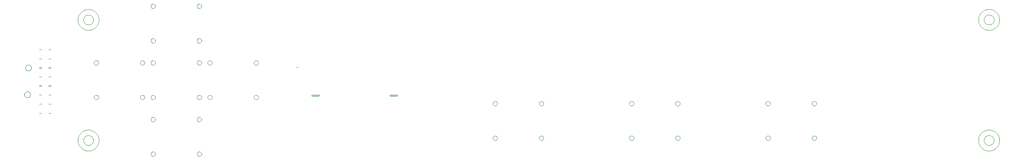
<source format=gts>
*%FSLAX23Y23*%
*%MOIN*%
G01*
D26*
X8895Y7874D02*
X8947D01*
X8950Y7874D01*
X8951Y7873D01*
X8953Y7871D01*
X8954Y7869D01*
Y7867D01*
X8953Y7864D01*
X8951Y7863D01*
X8950Y7862D01*
X8947Y7861D01*
X8895D01*
X8893Y7862D01*
X8891Y7863D01*
X8890Y7864D01*
X8889Y7867D01*
Y7869D01*
X8890Y7871D01*
X8891Y7873D01*
X8893Y7874D01*
X8895Y7874D01*
Y7868D02*
X8947D01*
X8270Y7874D02*
X8218D01*
X8216Y7874D01*
X8214Y7873D01*
X8212Y7871D01*
X8212Y7869D01*
Y7867D01*
X8212Y7864D01*
X8214Y7863D01*
X8216Y7862D01*
X8218Y7861D01*
X8270D01*
X8272Y7862D01*
X8274Y7863D01*
X8276Y7864D01*
X8277Y7867D01*
Y7869D01*
X8276Y7871D01*
X8274Y7873D01*
X8272Y7874D01*
X8270Y7874D01*
Y7868D02*
X8218D01*
D46*
X9390Y7817D02*
D03*
Y7765D02*
D03*
X8921Y7986D02*
D03*
Y8470D02*
D03*
X8709Y7817D02*
D03*
Y7765D02*
D03*
X8717Y7521D02*
D03*
X8244Y7986D02*
D03*
Y8470D02*
D03*
X8154Y7517D02*
D03*
X7661Y7431D02*
D03*
X7732Y7568D02*
D03*
X7106Y7675D02*
D03*
D47*
X12543Y7797D02*
X12544D01*
X12543D02*
X12543Y7793D01*
X12544Y7789D01*
X12546Y7786D01*
X12549Y7783D01*
X12552Y7780D01*
X12556Y7779D01*
X12560Y7778D01*
X12564D01*
X12568Y7779D01*
X12572Y7780D01*
X12575Y7783D01*
X12578Y7786D01*
X12580Y7789D01*
X12581Y7793D01*
X12582Y7797D01*
X12583D01*
X12582D02*
X12581Y7801D01*
X12580Y7805D01*
X12578Y7809D01*
X12575Y7812D01*
X12572Y7814D01*
X12568Y7816D01*
X12564Y7817D01*
X12560D01*
X12556Y7816D01*
X12552Y7814D01*
X12549Y7812D01*
X12546Y7809D01*
X12544Y7805D01*
X12543Y7801D01*
X12543Y7797D01*
X12562D02*
D03*
X12543Y7497D02*
X12544D01*
X12543D02*
X12543Y7493D01*
X12544Y7489D01*
X12546Y7486D01*
X12549Y7483D01*
X12552Y7480D01*
X12556Y7479D01*
X12560Y7478D01*
X12564D01*
X12568Y7479D01*
X12572Y7480D01*
X12575Y7483D01*
X12578Y7486D01*
X12580Y7489D01*
X12581Y7493D01*
X12582Y7497D01*
X12583D01*
X12582D02*
X12581Y7501D01*
X12580Y7505D01*
X12578Y7509D01*
X12575Y7512D01*
X12572Y7514D01*
X12568Y7516D01*
X12564Y7517D01*
X12560D01*
X12556Y7516D01*
X12552Y7514D01*
X12549Y7512D01*
X12546Y7509D01*
X12544Y7505D01*
X12543Y7501D01*
X12543Y7497D01*
X12562D02*
D03*
X12143Y7797D02*
X12144D01*
X12143D02*
X12143Y7793D01*
X12144Y7789D01*
X12146Y7786D01*
X12149Y7783D01*
X12152Y7780D01*
X12156Y7779D01*
X12160Y7778D01*
X12164D01*
X12168Y7779D01*
X12172Y7780D01*
X12175Y7783D01*
X12178Y7786D01*
X12180Y7789D01*
X12181Y7793D01*
X12182Y7797D01*
X12183D01*
X12182D02*
X12181Y7801D01*
X12180Y7805D01*
X12178Y7809D01*
X12175Y7812D01*
X12172Y7814D01*
X12168Y7816D01*
X12164Y7817D01*
X12160D01*
X12156Y7816D01*
X12152Y7814D01*
X12149Y7812D01*
X12146Y7809D01*
X12144Y7805D01*
X12143Y7801D01*
X12143Y7797D01*
X12162D02*
D03*
X12143Y7497D02*
X12144D01*
X12143D02*
X12143Y7493D01*
X12144Y7489D01*
X12146Y7486D01*
X12149Y7483D01*
X12152Y7480D01*
X12156Y7479D01*
X12160Y7478D01*
X12164D01*
X12168Y7479D01*
X12172Y7480D01*
X12175Y7483D01*
X12178Y7486D01*
X12180Y7489D01*
X12181Y7493D01*
X12182Y7497D01*
X12183D01*
X12182D02*
X12181Y7501D01*
X12180Y7505D01*
X12178Y7509D01*
X12175Y7512D01*
X12172Y7514D01*
X12168Y7516D01*
X12164Y7517D01*
X12160D01*
X12156Y7516D01*
X12152Y7514D01*
X12149Y7512D01*
X12146Y7509D01*
X12144Y7505D01*
X12143Y7501D01*
X12143Y7497D01*
X12162D02*
D03*
X10181Y7797D02*
X10182D01*
X10181D02*
X10181Y7793D01*
X10182Y7789D01*
X10184Y7786D01*
X10187Y7783D01*
X10190Y7780D01*
X10194Y7779D01*
X10198Y7778D01*
X10202D01*
X10206Y7779D01*
X10210Y7780D01*
X10213Y7783D01*
X10216Y7786D01*
X10218Y7789D01*
X10219Y7793D01*
X10220Y7797D01*
X10221D01*
X10220D02*
X10219Y7801D01*
X10218Y7805D01*
X10216Y7809D01*
X10213Y7812D01*
X10210Y7814D01*
X10206Y7816D01*
X10202Y7817D01*
X10198D01*
X10194Y7816D01*
X10190Y7814D01*
X10187Y7812D01*
X10184Y7809D01*
X10182Y7805D01*
X10181Y7801D01*
X10181Y7797D01*
X10200D02*
D03*
X10181Y7497D02*
X10182D01*
X10181D02*
X10181Y7493D01*
X10182Y7489D01*
X10184Y7486D01*
X10187Y7483D01*
X10190Y7480D01*
X10194Y7479D01*
X10198Y7478D01*
X10202D01*
X10206Y7479D01*
X10210Y7480D01*
X10213Y7483D01*
X10216Y7486D01*
X10218Y7489D01*
X10219Y7493D01*
X10220Y7497D01*
X10221D01*
X10220D02*
X10219Y7501D01*
X10218Y7505D01*
X10216Y7509D01*
X10213Y7512D01*
X10210Y7514D01*
X10206Y7516D01*
X10202Y7517D01*
X10198D01*
X10194Y7516D01*
X10190Y7514D01*
X10187Y7512D01*
X10184Y7509D01*
X10182Y7505D01*
X10181Y7501D01*
X10181Y7497D01*
X10200D02*
D03*
X9781Y7797D02*
X9782D01*
X9781D02*
X9781Y7793D01*
X9782Y7789D01*
X9784Y7786D01*
X9787Y7783D01*
X9790Y7780D01*
X9794Y7779D01*
X9798Y7778D01*
X9802D01*
X9806Y7779D01*
X9810Y7780D01*
X9813Y7783D01*
X9816Y7786D01*
X9818Y7789D01*
X9819Y7793D01*
X9820Y7797D01*
X9821D01*
X9820D02*
X9819Y7801D01*
X9818Y7805D01*
X9816Y7809D01*
X9813Y7812D01*
X9810Y7814D01*
X9806Y7816D01*
X9802Y7817D01*
X9798D01*
X9794Y7816D01*
X9790Y7814D01*
X9787Y7812D01*
X9784Y7809D01*
X9782Y7805D01*
X9781Y7801D01*
X9781Y7797D01*
X9800D02*
D03*
X9781Y7497D02*
X9782D01*
X9781D02*
X9781Y7493D01*
X9782Y7489D01*
X9784Y7486D01*
X9787Y7483D01*
X9790Y7480D01*
X9794Y7479D01*
X9798Y7478D01*
X9802D01*
X9806Y7479D01*
X9810Y7480D01*
X9813Y7483D01*
X9816Y7486D01*
X9818Y7489D01*
X9819Y7493D01*
X9820Y7497D01*
X9821D01*
X9820D02*
X9819Y7501D01*
X9818Y7505D01*
X9816Y7509D01*
X9813Y7512D01*
X9810Y7514D01*
X9806Y7516D01*
X9802Y7517D01*
X9798D01*
X9794Y7516D01*
X9790Y7514D01*
X9787Y7512D01*
X9784Y7509D01*
X9782Y7505D01*
X9781Y7501D01*
X9781Y7497D01*
X9800D02*
D03*
X11362Y7797D02*
X11363D01*
X11362D02*
X11362Y7793D01*
X11363Y7789D01*
X11365Y7786D01*
X11368Y7783D01*
X11371Y7780D01*
X11375Y7779D01*
X11379Y7778D01*
X11383D01*
X11387Y7779D01*
X11391Y7780D01*
X11394Y7783D01*
X11397Y7786D01*
X11399Y7789D01*
X11400Y7793D01*
X11401Y7797D01*
X11402D01*
X11401D02*
X11400Y7801D01*
X11399Y7805D01*
X11397Y7809D01*
X11394Y7812D01*
X11391Y7814D01*
X11387Y7816D01*
X11383Y7817D01*
X11379D01*
X11375Y7816D01*
X11371Y7814D01*
X11368Y7812D01*
X11365Y7809D01*
X11363Y7805D01*
X11362Y7801D01*
X11362Y7797D01*
X11381D02*
D03*
X11362Y7497D02*
X11363D01*
X11362D02*
X11362Y7493D01*
X11363Y7489D01*
X11365Y7486D01*
X11368Y7483D01*
X11371Y7480D01*
X11375Y7479D01*
X11379Y7478D01*
X11383D01*
X11387Y7479D01*
X11391Y7480D01*
X11394Y7483D01*
X11397Y7486D01*
X11399Y7489D01*
X11400Y7493D01*
X11401Y7497D01*
X11402D01*
X11401D02*
X11400Y7501D01*
X11399Y7505D01*
X11397Y7509D01*
X11394Y7512D01*
X11391Y7514D01*
X11387Y7516D01*
X11383Y7517D01*
X11379D01*
X11375Y7516D01*
X11371Y7514D01*
X11368Y7512D01*
X11365Y7509D01*
X11363Y7505D01*
X11362Y7501D01*
X11362Y7497D01*
X11381D02*
D03*
X10962Y7797D02*
X10963D01*
X10962D02*
X10962Y7793D01*
X10963Y7789D01*
X10965Y7786D01*
X10968Y7783D01*
X10971Y7780D01*
X10975Y7779D01*
X10979Y7778D01*
X10983D01*
X10987Y7779D01*
X10991Y7780D01*
X10994Y7783D01*
X10997Y7786D01*
X10999Y7789D01*
X11000Y7793D01*
X11001Y7797D01*
X11002D01*
X11001D02*
X11000Y7801D01*
X10999Y7805D01*
X10997Y7809D01*
X10994Y7812D01*
X10991Y7814D01*
X10987Y7816D01*
X10983Y7817D01*
X10979D01*
X10975Y7816D01*
X10971Y7814D01*
X10968Y7812D01*
X10965Y7809D01*
X10963Y7805D01*
X10962Y7801D01*
X10962Y7797D01*
X10981D02*
D03*
X10962Y7497D02*
X10963D01*
X10962D02*
X10962Y7493D01*
X10963Y7489D01*
X10965Y7486D01*
X10968Y7483D01*
X10971Y7480D01*
X10975Y7479D01*
X10979Y7478D01*
X10983D01*
X10987Y7479D01*
X10991Y7480D01*
X10994Y7483D01*
X10997Y7486D01*
X10999Y7489D01*
X11000Y7493D01*
X11001Y7497D01*
X11002D01*
X11001D02*
X11000Y7501D01*
X10999Y7505D01*
X10997Y7509D01*
X10994Y7512D01*
X10991Y7514D01*
X10987Y7516D01*
X10983Y7517D01*
X10979D01*
X10975Y7516D01*
X10971Y7514D01*
X10968Y7512D01*
X10965Y7509D01*
X10963Y7505D01*
X10962Y7501D01*
X10962Y7497D01*
X10981D02*
D03*
X7220Y8644D02*
X7221D01*
X7220D02*
X7220Y8640D01*
X7222Y8636D01*
X7224Y8632D01*
X7226Y8629D01*
X7230Y8627D01*
X7233Y8625D01*
X7237Y8624D01*
X7241D01*
X7245Y8625D01*
X7249Y8627D01*
X7252Y8629D01*
X7255Y8632D01*
X7257Y8636D01*
X7258Y8640D01*
X7259Y8644D01*
X7260D01*
X7259D02*
X7258Y8648D01*
X7257Y8652D01*
X7255Y8655D01*
X7252Y8658D01*
X7249Y8661D01*
X7245Y8662D01*
X7241Y8663D01*
X7237D01*
X7233Y8662D01*
X7230Y8661D01*
X7226Y8658D01*
X7224Y8655D01*
X7222Y8652D01*
X7220Y8648D01*
X7220Y8644D01*
X7239D02*
D03*
X7220Y8344D02*
X7221D01*
X7220D02*
X7220Y8340D01*
X7222Y8336D01*
X7224Y8332D01*
X7226Y8329D01*
X7230Y8327D01*
X7233Y8325D01*
X7237Y8324D01*
X7241D01*
X7245Y8325D01*
X7249Y8327D01*
X7252Y8329D01*
X7255Y8332D01*
X7257Y8336D01*
X7258Y8340D01*
X7259Y8344D01*
X7260D01*
X7259D02*
X7258Y8348D01*
X7257Y8352D01*
X7255Y8355D01*
X7252Y8358D01*
X7249Y8361D01*
X7245Y8362D01*
X7241Y8363D01*
X7237D01*
X7233Y8362D01*
X7230Y8361D01*
X7226Y8358D01*
X7224Y8355D01*
X7222Y8352D01*
X7220Y8348D01*
X7220Y8344D01*
X7239D02*
D03*
X6820Y8644D02*
X6821D01*
X6820D02*
X6820Y8640D01*
X6822Y8636D01*
X6824Y8632D01*
X6826Y8629D01*
X6830Y8627D01*
X6833Y8625D01*
X6837Y8624D01*
X6841D01*
X6845Y8625D01*
X6849Y8627D01*
X6852Y8629D01*
X6855Y8632D01*
X6857Y8636D01*
X6858Y8640D01*
X6859Y8644D01*
X6860D01*
X6859D02*
X6858Y8648D01*
X6857Y8652D01*
X6855Y8655D01*
X6852Y8658D01*
X6849Y8661D01*
X6845Y8662D01*
X6841Y8663D01*
X6837D01*
X6833Y8662D01*
X6830Y8661D01*
X6826Y8658D01*
X6824Y8655D01*
X6822Y8652D01*
X6820Y8648D01*
X6820Y8644D01*
X6839D02*
D03*
X6820Y8344D02*
X6821D01*
X6820D02*
X6820Y8340D01*
X6822Y8336D01*
X6824Y8332D01*
X6826Y8329D01*
X6830Y8327D01*
X6833Y8325D01*
X6837Y8324D01*
X6841D01*
X6845Y8325D01*
X6849Y8327D01*
X6852Y8329D01*
X6855Y8332D01*
X6857Y8336D01*
X6858Y8340D01*
X6859Y8344D01*
X6860D01*
X6859D02*
X6858Y8348D01*
X6857Y8352D01*
X6855Y8355D01*
X6852Y8358D01*
X6849Y8361D01*
X6845Y8362D01*
X6841Y8363D01*
X6837D01*
X6833Y8362D01*
X6830Y8361D01*
X6826Y8358D01*
X6824Y8355D01*
X6822Y8352D01*
X6820Y8348D01*
X6820Y8344D01*
X6839D02*
D03*
X6820Y7359D02*
X6821D01*
X6820D02*
X6820Y7355D01*
X6822Y7351D01*
X6824Y7348D01*
X6826Y7345D01*
X6830Y7343D01*
X6833Y7341D01*
X6837Y7340D01*
X6841D01*
X6845Y7341D01*
X6849Y7343D01*
X6852Y7345D01*
X6855Y7348D01*
X6857Y7351D01*
X6858Y7355D01*
X6859Y7359D01*
X6860D01*
X6859D02*
X6858Y7363D01*
X6857Y7367D01*
X6855Y7371D01*
X6852Y7374D01*
X6849Y7376D01*
X6845Y7378D01*
X6841Y7379D01*
X6837D01*
X6833Y7378D01*
X6830Y7376D01*
X6826Y7374D01*
X6824Y7371D01*
X6822Y7367D01*
X6820Y7363D01*
X6820Y7359D01*
X6839D02*
D03*
X6820Y7659D02*
X6821D01*
X6820D02*
X6820Y7655D01*
X6822Y7651D01*
X6824Y7648D01*
X6826Y7645D01*
X6830Y7643D01*
X6833Y7641D01*
X6837Y7640D01*
X6841D01*
X6845Y7641D01*
X6849Y7643D01*
X6852Y7645D01*
X6855Y7648D01*
X6857Y7651D01*
X6858Y7655D01*
X6859Y7659D01*
X6860D01*
X6859D02*
X6858Y7663D01*
X6857Y7667D01*
X6855Y7671D01*
X6852Y7674D01*
X6849Y7676D01*
X6845Y7678D01*
X6841Y7679D01*
X6837D01*
X6833Y7678D01*
X6830Y7676D01*
X6826Y7674D01*
X6824Y7671D01*
X6822Y7667D01*
X6820Y7663D01*
X6820Y7659D01*
X6839D02*
D03*
X7220Y7359D02*
X7221D01*
X7220D02*
X7220Y7355D01*
X7222Y7351D01*
X7224Y7348D01*
X7226Y7345D01*
X7230Y7343D01*
X7233Y7341D01*
X7237Y7340D01*
X7241D01*
X7245Y7341D01*
X7249Y7343D01*
X7252Y7345D01*
X7255Y7348D01*
X7257Y7351D01*
X7258Y7355D01*
X7259Y7359D01*
X7260D01*
X7259D02*
X7258Y7363D01*
X7257Y7367D01*
X7255Y7371D01*
X7252Y7374D01*
X7249Y7376D01*
X7245Y7378D01*
X7241Y7379D01*
X7237D01*
X7233Y7378D01*
X7230Y7376D01*
X7226Y7374D01*
X7224Y7371D01*
X7222Y7367D01*
X7220Y7363D01*
X7220Y7359D01*
X7239D02*
D03*
X7220Y7659D02*
X7221D01*
X7220D02*
X7220Y7655D01*
X7222Y7651D01*
X7224Y7648D01*
X7226Y7645D01*
X7230Y7643D01*
X7233Y7641D01*
X7237Y7640D01*
X7241D01*
X7245Y7641D01*
X7249Y7643D01*
X7252Y7645D01*
X7255Y7648D01*
X7257Y7651D01*
X7258Y7655D01*
X7259Y7659D01*
X7260D01*
X7259D02*
X7258Y7663D01*
X7257Y7667D01*
X7255Y7671D01*
X7252Y7674D01*
X7249Y7676D01*
X7245Y7678D01*
X7241Y7679D01*
X7237D01*
X7233Y7678D01*
X7230Y7676D01*
X7226Y7674D01*
X7224Y7671D01*
X7222Y7667D01*
X7220Y7663D01*
X7220Y7659D01*
X7239D02*
D03*
X7220Y8152D02*
X7221D01*
X7220D02*
X7220Y8147D01*
X7222Y8144D01*
X7224Y8140D01*
X7226Y8137D01*
X7230Y8135D01*
X7233Y8133D01*
X7237Y8132D01*
X7241D01*
X7245Y8133D01*
X7249Y8135D01*
X7252Y8137D01*
X7255Y8140D01*
X7257Y8144D01*
X7258Y8147D01*
X7259Y8152D01*
X7260D01*
X7259D02*
X7258Y8156D01*
X7257Y8159D01*
X7255Y8163D01*
X7252Y8166D01*
X7249Y8168D01*
X7245Y8170D01*
X7241Y8171D01*
X7237D01*
X7233Y8170D01*
X7230Y8168D01*
X7226Y8166D01*
X7224Y8163D01*
X7222Y8159D01*
X7220Y8156D01*
X7220Y8152D01*
X7239D02*
D03*
X7220Y7852D02*
X7221D01*
X7220D02*
X7220Y7847D01*
X7222Y7844D01*
X7224Y7840D01*
X7226Y7837D01*
X7230Y7835D01*
X7233Y7833D01*
X7237Y7832D01*
X7241D01*
X7245Y7833D01*
X7249Y7835D01*
X7252Y7837D01*
X7255Y7840D01*
X7257Y7844D01*
X7258Y7847D01*
X7259Y7852D01*
X7260D01*
X7259D02*
X7258Y7856D01*
X7257Y7859D01*
X7255Y7863D01*
X7252Y7866D01*
X7249Y7868D01*
X7245Y7870D01*
X7241Y7871D01*
X7237D01*
X7233Y7870D01*
X7230Y7868D01*
X7226Y7866D01*
X7224Y7863D01*
X7222Y7859D01*
X7220Y7856D01*
X7220Y7852D01*
X7239D02*
D03*
X6820Y8152D02*
X6821D01*
X6820D02*
X6820Y8147D01*
X6822Y8144D01*
X6824Y8140D01*
X6826Y8137D01*
X6830Y8135D01*
X6833Y8133D01*
X6837Y8132D01*
X6841D01*
X6845Y8133D01*
X6849Y8135D01*
X6852Y8137D01*
X6855Y8140D01*
X6857Y8144D01*
X6858Y8147D01*
X6859Y8152D01*
X6860D01*
X6859D02*
X6858Y8156D01*
X6857Y8159D01*
X6855Y8163D01*
X6852Y8166D01*
X6849Y8168D01*
X6845Y8170D01*
X6841Y8171D01*
X6837D01*
X6833Y8170D01*
X6830Y8168D01*
X6826Y8166D01*
X6824Y8163D01*
X6822Y8159D01*
X6820Y8156D01*
X6820Y8152D01*
X6839D02*
D03*
X6820Y7852D02*
X6821D01*
X6820D02*
X6820Y7847D01*
X6822Y7844D01*
X6824Y7840D01*
X6826Y7837D01*
X6830Y7835D01*
X6833Y7833D01*
X6837Y7832D01*
X6841D01*
X6845Y7833D01*
X6849Y7835D01*
X6852Y7837D01*
X6855Y7840D01*
X6857Y7844D01*
X6858Y7847D01*
X6859Y7852D01*
X6860D01*
X6859D02*
X6858Y7856D01*
X6857Y7859D01*
X6855Y7863D01*
X6852Y7866D01*
X6849Y7868D01*
X6845Y7870D01*
X6841Y7871D01*
X6837D01*
X6833Y7870D01*
X6830Y7868D01*
X6826Y7866D01*
X6824Y7863D01*
X6822Y7859D01*
X6820Y7856D01*
X6820Y7852D01*
X6839D02*
D03*
X7712Y8152D02*
X7713D01*
X7712D02*
X7712Y8147D01*
X7714Y8144D01*
X7716Y8140D01*
X7718Y8137D01*
X7722Y8135D01*
X7725Y8133D01*
X7729Y8132D01*
X7734D01*
X7738Y8133D01*
X7741Y8135D01*
X7745Y8137D01*
X7747Y8140D01*
X7749Y8144D01*
X7751Y8147D01*
X7751Y8152D01*
X7752D01*
X7751D02*
X7751Y8156D01*
X7749Y8159D01*
X7747Y8163D01*
X7745Y8166D01*
X7741Y8168D01*
X7738Y8170D01*
X7734Y8171D01*
X7729D01*
X7725Y8170D01*
X7722Y8168D01*
X7718Y8166D01*
X7716Y8163D01*
X7714Y8159D01*
X7712Y8156D01*
X7712Y8152D01*
X7732D02*
D03*
X7712Y7852D02*
X7713D01*
X7712D02*
X7712Y7847D01*
X7714Y7844D01*
X7716Y7840D01*
X7718Y7837D01*
X7722Y7835D01*
X7725Y7833D01*
X7729Y7832D01*
X7734D01*
X7738Y7833D01*
X7741Y7835D01*
X7745Y7837D01*
X7747Y7840D01*
X7749Y7844D01*
X7751Y7847D01*
X7751Y7852D01*
X7752D01*
X7751D02*
X7751Y7856D01*
X7749Y7859D01*
X7747Y7863D01*
X7745Y7866D01*
X7741Y7868D01*
X7738Y7870D01*
X7734Y7871D01*
X7729D01*
X7725Y7870D01*
X7722Y7868D01*
X7718Y7866D01*
X7716Y7863D01*
X7714Y7859D01*
X7712Y7856D01*
X7712Y7852D01*
X7732D02*
D03*
X7312Y8152D02*
X7313D01*
X7312D02*
X7312Y8147D01*
X7314Y8144D01*
X7316Y8140D01*
X7318Y8137D01*
X7322Y8135D01*
X7325Y8133D01*
X7329Y8132D01*
X7334D01*
X7338Y8133D01*
X7341Y8135D01*
X7345Y8137D01*
X7347Y8140D01*
X7349Y8144D01*
X7351Y8147D01*
X7351Y8152D01*
X7352D01*
X7351D02*
X7351Y8156D01*
X7349Y8159D01*
X7347Y8163D01*
X7345Y8166D01*
X7341Y8168D01*
X7338Y8170D01*
X7334Y8171D01*
X7329D01*
X7325Y8170D01*
X7322Y8168D01*
X7318Y8166D01*
X7316Y8163D01*
X7314Y8159D01*
X7312Y8156D01*
X7312Y8152D01*
X7332D02*
D03*
X7312Y7852D02*
X7313D01*
X7312D02*
X7312Y7847D01*
X7314Y7844D01*
X7316Y7840D01*
X7318Y7837D01*
X7322Y7835D01*
X7325Y7833D01*
X7329Y7832D01*
X7334D01*
X7338Y7833D01*
X7341Y7835D01*
X7345Y7837D01*
X7347Y7840D01*
X7349Y7844D01*
X7351Y7847D01*
X7351Y7852D01*
X7352D01*
X7351D02*
X7351Y7856D01*
X7349Y7859D01*
X7347Y7863D01*
X7345Y7866D01*
X7341Y7868D01*
X7338Y7870D01*
X7334Y7871D01*
X7329D01*
X7325Y7870D01*
X7322Y7868D01*
X7318Y7866D01*
X7316Y7863D01*
X7314Y7859D01*
X7312Y7856D01*
X7312Y7852D01*
X7332D02*
D03*
X6328D02*
X6329D01*
X6328D02*
X6328Y7847D01*
X6329Y7844D01*
X6331Y7840D01*
X6334Y7837D01*
X6338Y7835D01*
X6341Y7833D01*
X6345Y7832D01*
X6349D01*
X6353Y7833D01*
X6357Y7835D01*
X6360Y7837D01*
X6363Y7840D01*
X6365Y7844D01*
X6366Y7847D01*
X6367Y7852D01*
X6368D01*
X6367D02*
X6366Y7856D01*
X6365Y7859D01*
X6363Y7863D01*
X6360Y7866D01*
X6357Y7868D01*
X6353Y7870D01*
X6349Y7871D01*
X6345D01*
X6341Y7870D01*
X6338Y7868D01*
X6334Y7866D01*
X6331Y7863D01*
X6329Y7859D01*
X6328Y7856D01*
X6328Y7852D01*
X6347D02*
D03*
X6328Y8152D02*
X6329D01*
X6328D02*
X6328Y8147D01*
X6329Y8144D01*
X6331Y8140D01*
X6334Y8137D01*
X6338Y8135D01*
X6341Y8133D01*
X6345Y8132D01*
X6349D01*
X6353Y8133D01*
X6357Y8135D01*
X6360Y8137D01*
X6363Y8140D01*
X6365Y8144D01*
X6366Y8147D01*
X6367Y8152D01*
X6368D01*
X6367D02*
X6366Y8156D01*
X6365Y8159D01*
X6363Y8163D01*
X6360Y8166D01*
X6357Y8168D01*
X6353Y8170D01*
X6349Y8171D01*
X6345D01*
X6341Y8170D01*
X6338Y8168D01*
X6334Y8166D01*
X6331Y8163D01*
X6329Y8159D01*
X6328Y8156D01*
X6328Y8152D01*
X6347D02*
D03*
X6728Y7852D02*
X6729D01*
X6728D02*
X6728Y7847D01*
X6729Y7844D01*
X6731Y7840D01*
X6734Y7837D01*
X6738Y7835D01*
X6741Y7833D01*
X6745Y7832D01*
X6749D01*
X6753Y7833D01*
X6757Y7835D01*
X6760Y7837D01*
X6763Y7840D01*
X6765Y7844D01*
X6766Y7847D01*
X6767Y7852D01*
X6768D01*
X6767D02*
X6766Y7856D01*
X6765Y7859D01*
X6763Y7863D01*
X6760Y7866D01*
X6757Y7868D01*
X6753Y7870D01*
X6749Y7871D01*
X6745D01*
X6741Y7870D01*
X6738Y7868D01*
X6734Y7866D01*
X6731Y7863D01*
X6729Y7859D01*
X6728Y7856D01*
X6728Y7852D01*
X6747D02*
D03*
X6728Y8152D02*
X6729D01*
X6728D02*
X6728Y8147D01*
X6729Y8144D01*
X6731Y8140D01*
X6734Y8137D01*
X6738Y8135D01*
X6741Y8133D01*
X6745Y8132D01*
X6749D01*
X6753Y8133D01*
X6757Y8135D01*
X6760Y8137D01*
X6763Y8140D01*
X6765Y8144D01*
X6766Y8147D01*
X6767Y8152D01*
X6768D01*
X6767D02*
X6766Y8156D01*
X6765Y8159D01*
X6763Y8163D01*
X6760Y8166D01*
X6757Y8168D01*
X6753Y8170D01*
X6749Y8171D01*
X6745D01*
X6741Y8170D01*
X6738Y8168D01*
X6734Y8166D01*
X6731Y8163D01*
X6729Y8159D01*
X6728Y8156D01*
X6728Y8152D01*
X6747D02*
D03*
D53*
X13984Y8525D02*
X13985D01*
X13984D02*
X13984Y8515D01*
X13986Y8504D01*
X13989Y8494D01*
X13994Y8484D01*
X13999Y8475D01*
X14005Y8467D01*
X14012Y8459D01*
X14020Y8452D01*
X14029Y8446D01*
X14039Y8442D01*
X14049Y8438D01*
X14059Y8436D01*
X14070Y8434D01*
X14080D01*
X14091Y8436D01*
X14101Y8438D01*
X14111Y8442D01*
X14120Y8446D01*
X14129Y8452D01*
X14137Y8459D01*
X14145Y8467D01*
X14151Y8475D01*
X14156Y8484D01*
X14160Y8494D01*
X14163Y8504D01*
X14165Y8515D01*
X14166Y8525D01*
X14167D01*
X14166D02*
X14165Y8536D01*
X14163Y8546D01*
X14160Y8556D01*
X14156Y8566D01*
X14151Y8575D01*
X14145Y8584D01*
X14137Y8591D01*
X14129Y8598D01*
X14120Y8604D01*
X14111Y8609D01*
X14101Y8612D01*
X14091Y8615D01*
X14080Y8616D01*
X14070D01*
X14059Y8615D01*
X14049Y8612D01*
X14039Y8609D01*
X14029Y8604D01*
X14020Y8598D01*
X14012Y8591D01*
X14005Y8584D01*
X13999Y8575D01*
X13994Y8566D01*
X13989Y8556D01*
X13986Y8546D01*
X13984Y8536D01*
X13984Y8525D01*
X14032D02*
X14033D01*
X14032D02*
X14033Y8516D01*
X14036Y8508D01*
X14040Y8500D01*
X14046Y8493D01*
X14053Y8488D01*
X14062Y8484D01*
X14070Y8482D01*
X14079D01*
X14088Y8484D01*
X14096Y8488D01*
X14104Y8493D01*
X14110Y8500D01*
X14114Y8508D01*
X14117Y8516D01*
X14118Y8525D01*
X14119D01*
X14118D02*
X14117Y8534D01*
X14114Y8543D01*
X14110Y8550D01*
X14104Y8557D01*
X14096Y8562D01*
X14088Y8566D01*
X14079Y8568D01*
X14070D01*
X14062Y8566D01*
X14053Y8562D01*
X14046Y8557D01*
X14040Y8550D01*
X14036Y8543D01*
X14033Y8534D01*
X14032Y8525D01*
X14075D02*
D03*
X13984Y7478D02*
X13985D01*
X13984D02*
X13984Y7467D01*
X13986Y7457D01*
X13989Y7447D01*
X13994Y7437D01*
X13999Y7428D01*
X14005Y7419D01*
X14012Y7412D01*
X14020Y7405D01*
X14029Y7399D01*
X14039Y7394D01*
X14049Y7391D01*
X14059Y7388D01*
X14070Y7387D01*
X14080D01*
X14091Y7388D01*
X14101Y7391D01*
X14111Y7394D01*
X14120Y7399D01*
X14129Y7405D01*
X14137Y7412D01*
X14145Y7419D01*
X14151Y7428D01*
X14156Y7437D01*
X14160Y7447D01*
X14163Y7457D01*
X14165Y7467D01*
X14166Y7478D01*
X14167D01*
X14166D02*
X14165Y7488D01*
X14163Y7499D01*
X14160Y7509D01*
X14156Y7519D01*
X14151Y7528D01*
X14145Y7536D01*
X14137Y7544D01*
X14129Y7551D01*
X14120Y7557D01*
X14111Y7561D01*
X14101Y7565D01*
X14091Y7568D01*
X14080Y7569D01*
X14070D01*
X14059Y7568D01*
X14049Y7565D01*
X14039Y7561D01*
X14029Y7557D01*
X14020Y7551D01*
X14012Y7544D01*
X14005Y7536D01*
X13999Y7528D01*
X13994Y7519D01*
X13989Y7509D01*
X13986Y7499D01*
X13984Y7488D01*
X13984Y7478D01*
X14032D02*
X14033D01*
X14032D02*
X14033Y7469D01*
X14036Y7460D01*
X14040Y7453D01*
X14046Y7446D01*
X14053Y7441D01*
X14062Y7437D01*
X14070Y7435D01*
X14079D01*
X14088Y7437D01*
X14096Y7441D01*
X14104Y7446D01*
X14110Y7453D01*
X14114Y7460D01*
X14117Y7469D01*
X14118Y7478D01*
X14119D01*
X14118D02*
X14117Y7487D01*
X14114Y7495D01*
X14110Y7503D01*
X14104Y7510D01*
X14096Y7515D01*
X14088Y7519D01*
X14079Y7521D01*
X14070D01*
X14062Y7519D01*
X14053Y7515D01*
X14046Y7510D01*
X14040Y7503D01*
X14036Y7495D01*
X14033Y7487D01*
X14032Y7478D01*
X14075D02*
D03*
X6189Y8525D02*
X6190D01*
X6189D02*
X6189Y8515D01*
X6191Y8504D01*
X6194Y8494D01*
X6198Y8484D01*
X6204Y8475D01*
X6210Y8467D01*
X6217Y8459D01*
X6225Y8452D01*
X6234Y8446D01*
X6244Y8442D01*
X6253Y8438D01*
X6264Y8436D01*
X6274Y8434D01*
X6285D01*
X6295Y8436D01*
X6306Y8438D01*
X6316Y8442D01*
X6325Y8446D01*
X6334Y8452D01*
X6342Y8459D01*
X6349Y8467D01*
X6356Y8475D01*
X6361Y8484D01*
X6365Y8494D01*
X6368Y8504D01*
X6370Y8515D01*
X6371Y8525D01*
X6372D01*
X6371D02*
X6370Y8536D01*
X6368Y8546D01*
X6365Y8556D01*
X6361Y8566D01*
X6356Y8575D01*
X6349Y8584D01*
X6342Y8591D01*
X6334Y8598D01*
X6325Y8604D01*
X6316Y8609D01*
X6306Y8612D01*
X6295Y8615D01*
X6285Y8616D01*
X6274D01*
X6264Y8615D01*
X6253Y8612D01*
X6244Y8609D01*
X6234Y8604D01*
X6225Y8598D01*
X6217Y8591D01*
X6210Y8584D01*
X6204Y8575D01*
X6198Y8566D01*
X6194Y8556D01*
X6191Y8546D01*
X6189Y8536D01*
X6189Y8525D01*
X6237D02*
X6238D01*
X6237D02*
X6237Y8516D01*
X6240Y8508D01*
X6245Y8500D01*
X6251Y8493D01*
X6258Y8488D01*
X6266Y8484D01*
X6275Y8482D01*
X6284D01*
X6293Y8484D01*
X6301Y8488D01*
X6308Y8493D01*
X6314Y8500D01*
X6319Y8508D01*
X6322Y8516D01*
X6323Y8525D01*
X6324D01*
X6323D02*
X6322Y8534D01*
X6319Y8543D01*
X6314Y8550D01*
X6308Y8557D01*
X6301Y8562D01*
X6293Y8566D01*
X6284Y8568D01*
X6275D01*
X6266Y8566D01*
X6258Y8562D01*
X6251Y8557D01*
X6245Y8550D01*
X6240Y8543D01*
X6237Y8534D01*
X6237Y8525D01*
X6280D02*
D03*
X5726Y7876D02*
X5727D01*
X5726D02*
X5726Y7870D01*
X5728Y7865D01*
X5731Y7860D01*
X5734Y7856D01*
X5739Y7853D01*
X5744Y7851D01*
X5749Y7849D01*
X5755D01*
X5760Y7851D01*
X5765Y7853D01*
X5770Y7856D01*
X5773Y7860D01*
X5776Y7865D01*
X5778Y7870D01*
X5778Y7876D01*
X5779D01*
X5778D02*
X5778Y7881D01*
X5776Y7886D01*
X5773Y7891D01*
X5770Y7895D01*
X5765Y7898D01*
X5760Y7900D01*
X5755Y7902D01*
X5749D01*
X5744Y7900D01*
X5739Y7898D01*
X5734Y7895D01*
X5731Y7891D01*
X5728Y7886D01*
X5726Y7881D01*
X5726Y7876D01*
X5752D02*
D03*
X5734Y8108D02*
X5735D01*
X5734D02*
X5734Y8102D01*
X5736Y8097D01*
X5739Y8092D01*
X5742Y8088D01*
X5747Y8085D01*
X5752Y8083D01*
X5757Y8082D01*
X5763D01*
X5768Y8083D01*
X5773Y8085D01*
X5777Y8088D01*
X5781Y8092D01*
X5784Y8097D01*
X5786Y8102D01*
X5786Y8108D01*
X5787D01*
X5786D02*
X5786Y8113D01*
X5784Y8119D01*
X5781Y8123D01*
X5777Y8127D01*
X5773Y8131D01*
X5768Y8133D01*
X5763Y8134D01*
X5757D01*
X5752Y8133D01*
X5747Y8131D01*
X5742Y8127D01*
X5739Y8123D01*
X5736Y8119D01*
X5734Y8113D01*
X5734Y8108D01*
X5760D02*
D03*
X6189Y7478D02*
X6190D01*
X6189D02*
X6189Y7467D01*
X6191Y7457D01*
X6194Y7447D01*
X6198Y7437D01*
X6204Y7428D01*
X6210Y7419D01*
X6217Y7412D01*
X6225Y7405D01*
X6234Y7399D01*
X6244Y7394D01*
X6253Y7391D01*
X6264Y7388D01*
X6274Y7387D01*
X6285D01*
X6295Y7388D01*
X6306Y7391D01*
X6316Y7394D01*
X6325Y7399D01*
X6334Y7405D01*
X6342Y7412D01*
X6349Y7419D01*
X6356Y7428D01*
X6361Y7437D01*
X6365Y7447D01*
X6368Y7457D01*
X6370Y7467D01*
X6371Y7478D01*
X6372D01*
X6371D02*
X6370Y7488D01*
X6368Y7499D01*
X6365Y7509D01*
X6361Y7519D01*
X6356Y7528D01*
X6349Y7536D01*
X6342Y7544D01*
X6334Y7551D01*
X6325Y7557D01*
X6316Y7561D01*
X6306Y7565D01*
X6295Y7568D01*
X6285Y7569D01*
X6274D01*
X6264Y7568D01*
X6253Y7565D01*
X6244Y7561D01*
X6234Y7557D01*
X6225Y7551D01*
X6217Y7544D01*
X6210Y7536D01*
X6204Y7528D01*
X6198Y7519D01*
X6194Y7509D01*
X6191Y7499D01*
X6189Y7488D01*
X6189Y7478D01*
X6237D02*
X6238D01*
X6237D02*
X6237Y7469D01*
X6240Y7460D01*
X6245Y7453D01*
X6251Y7446D01*
X6258Y7441D01*
X6266Y7437D01*
X6275Y7435D01*
X6284D01*
X6293Y7437D01*
X6301Y7441D01*
X6308Y7446D01*
X6314Y7453D01*
X6319Y7460D01*
X6322Y7469D01*
X6323Y7478D01*
X6324D01*
X6323D02*
X6322Y7487D01*
X6319Y7495D01*
X6314Y7503D01*
X6308Y7510D01*
X6301Y7515D01*
X6293Y7519D01*
X6284Y7521D01*
X6275D01*
X6266Y7519D01*
X6258Y7515D01*
X6251Y7510D01*
X6245Y7503D01*
X6240Y7495D01*
X6237Y7487D01*
X6237Y7478D01*
X6280D02*
D03*
D65*
X13111Y8301D02*
D03*
X13211D02*
D03*
X13111Y8065D02*
D03*
X13211D02*
D03*
X13111Y7828D02*
D03*
X13211D02*
D03*
X12037Y7927D02*
D03*
X12137D02*
D03*
D121*
X8008Y8151D02*
D03*
Y8076D02*
D03*
X8081Y8113D02*
X8095D01*
D134*
X5934Y7714D02*
X5955D01*
Y7715D01*
X5934D01*
Y7714D01*
X5855Y8187D02*
X5876D01*
Y8188D01*
X5855D01*
Y8187D01*
X5934D02*
X5955D01*
Y8188D01*
X5934D01*
Y8187D01*
X5855Y8108D02*
X5876D01*
Y8109D01*
X5855D01*
Y8108D01*
X5934D02*
X5955D01*
Y8109D01*
X5934D01*
Y8108D01*
X5855Y8029D02*
X5876D01*
Y8030D01*
X5855D01*
Y8029D01*
X5934D02*
X5955D01*
Y8030D01*
X5934D01*
Y8029D01*
X5855Y7951D02*
X5876D01*
Y7952D01*
X5855D01*
Y7951D01*
X5934D02*
X5955D01*
Y7952D01*
X5934D01*
Y7951D01*
X5855Y7872D02*
X5876D01*
Y7873D01*
X5855D01*
Y7872D01*
X5934D02*
X5955D01*
Y7873D01*
X5934D01*
Y7872D01*
X5855Y7793D02*
X5876D01*
Y7794D01*
X5855D01*
Y7793D01*
X5934D02*
X5955D01*
Y7794D01*
X5934D01*
Y7793D01*
X5855Y7714D02*
X5876D01*
Y7715D01*
X5855D01*
Y7714D01*
X5934Y8266D02*
X5955D01*
Y8267D01*
X5934D01*
Y8266D01*
X5855D02*
X5876D01*
Y8267D01*
X5855D01*
Y8266D01*
D152*
X13444Y8293D02*
D03*
X13354D02*
D03*
X13448Y8065D02*
D03*
X13358D02*
D03*
X13448Y7828D02*
D03*
X13358D02*
D03*
X12350Y7927D02*
D03*
X12260D02*
D03*
X8354Y8379D02*
D03*
X8264D02*
D03*
X8586D02*
D03*
X8496D02*
D03*
X8586Y8293D02*
D03*
X8496D02*
D03*
X8586Y8202D02*
D03*
X8496D02*
D03*
X8586Y8116D02*
D03*
X8496D02*
D03*
X8153Y8379D02*
D03*
X8063D02*
D03*
D164*
X8362Y7990D02*
D03*
X8497D02*
D03*
X9035Y7986D02*
D03*
X9170D02*
D03*
D170*
X7925Y8162D02*
D03*
Y8072D02*
D03*
D184*
X9296Y7868D02*
D03*
Y7818D02*
D03*
Y7768D02*
D03*
Y7718D02*
D03*
Y7668D02*
D03*
Y7618D02*
D03*
Y7568D02*
D03*
Y7518D02*
D03*
X8921D02*
D03*
Y7568D02*
D03*
Y7618D02*
D03*
Y7668D02*
D03*
Y7718D02*
D03*
Y7768D02*
D03*
Y7818D02*
D03*
X8619Y7868D02*
D03*
Y7818D02*
D03*
Y7768D02*
D03*
Y7718D02*
D03*
Y7668D02*
D03*
Y7618D02*
D03*
Y7568D02*
D03*
Y7518D02*
D03*
X8244D02*
D03*
Y7568D02*
D03*
Y7618D02*
D03*
Y7668D02*
D03*
Y7718D02*
D03*
Y7768D02*
D03*
Y7818D02*
D03*
D194*
X6091Y7647D02*
D03*
Y7782D02*
D03*
M02*

</source>
